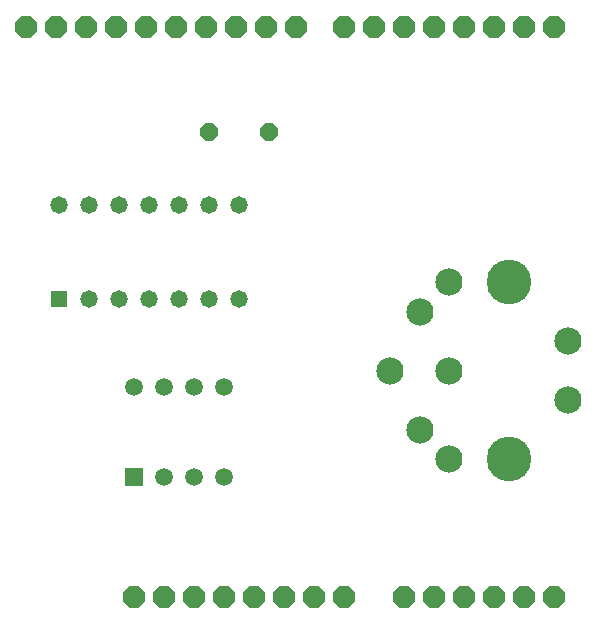
<source format=gbr>
G04 EAGLE Gerber RS-274X export*
G75*
%MOMM*%
%FSLAX34Y34*%
%LPD*%
%INSoldermask Bottom*%
%IPPOS*%
%AMOC8*
5,1,8,0,0,1.08239X$1,22.5*%
G01*
%ADD10R,1.471200X1.471200*%
%ADD11C,1.471200*%
%ADD12C,2.303200*%
%ADD13C,3.788200*%
%ADD14R,1.511200X1.511200*%
%ADD15C,1.511200*%
%ADD16P,2.034460X8X22.500000*%
%ADD17P,1.649562X8X22.500000*%


D10*
X266700Y303200D03*
D11*
X292100Y303200D03*
X317500Y303200D03*
X342900Y303200D03*
X368300Y303200D03*
X393700Y303200D03*
X419100Y303200D03*
X419100Y382600D03*
X393700Y382600D03*
X368300Y382600D03*
X342900Y382600D03*
X317500Y382600D03*
X292100Y382600D03*
X266700Y382600D03*
D12*
X596900Y317500D03*
X572000Y292500D03*
X596900Y242450D03*
X572000Y192400D03*
X596900Y167400D03*
X546900Y242450D03*
X697200Y267450D03*
X697200Y217450D03*
D13*
X647200Y167400D03*
X647200Y317500D03*
D14*
X330200Y152400D03*
D15*
X355600Y152400D03*
X381000Y152400D03*
X406400Y152400D03*
X406400Y228600D03*
X381000Y228600D03*
X355600Y228600D03*
X330200Y228600D03*
D16*
X584200Y533400D03*
X558800Y50800D03*
X609600Y533400D03*
X635000Y533400D03*
X660400Y533400D03*
X685800Y533400D03*
X558800Y533400D03*
X533400Y533400D03*
X508000Y533400D03*
X467360Y533400D03*
X441960Y533400D03*
X416560Y533400D03*
X391160Y533400D03*
X365760Y533400D03*
X340360Y533400D03*
X314960Y533400D03*
X289560Y533400D03*
X584200Y50800D03*
X609600Y50800D03*
X635000Y50800D03*
X660400Y50800D03*
X685800Y50800D03*
X508000Y50800D03*
X482600Y50800D03*
X457200Y50800D03*
X431800Y50800D03*
X406400Y50800D03*
X381000Y50800D03*
X264160Y533400D03*
X238760Y533400D03*
X355600Y50800D03*
X330200Y50800D03*
D17*
X393700Y444500D03*
X444500Y444500D03*
M02*

</source>
